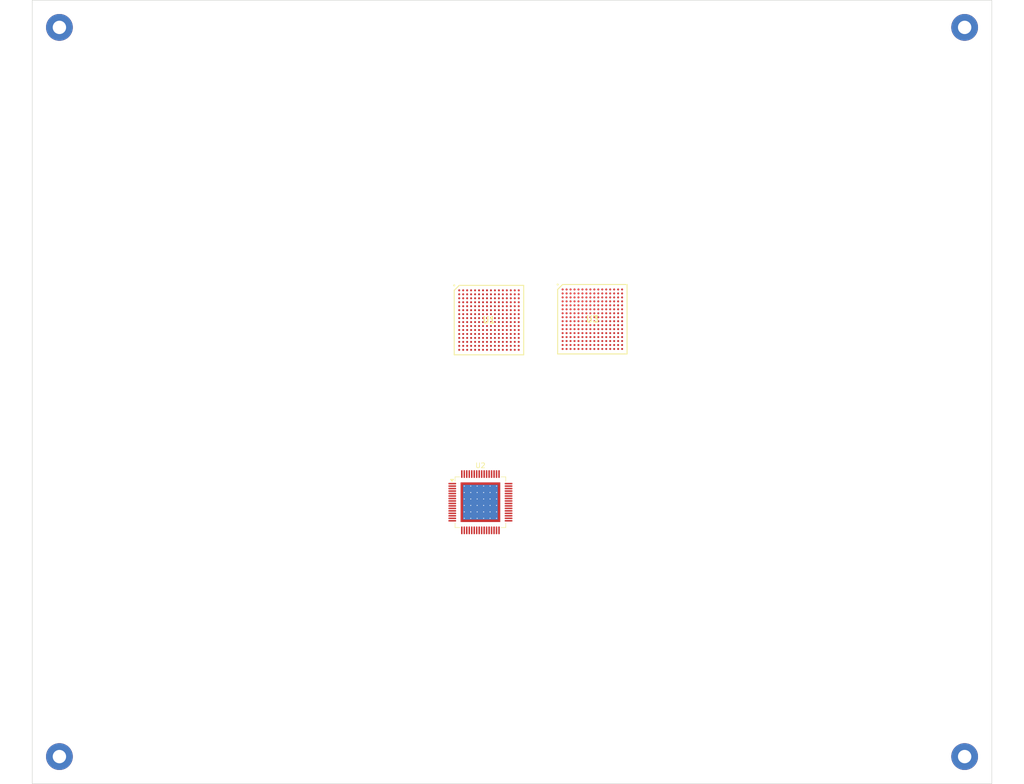
<source format=kicad_pcb>
(kicad_pcb (version 20241229) (generator "pcbnew") (generator_version "9.0")
  (layers (0 "F.Cu" signal) (2 "B.Cu" signal) (13 "F.Paste" user) (15 "B.Paste" user) (5 "F.SilkS" user "F.Silkscreen") (7 "B.SilkS" user "B.Silkscreen") (1 "F.Mask" user) (3 "B.Mask" user) (25 "Edge.Cuts" user))
  (net 0 "")
  (net 247 "Net-(U2-DVDD-Pad1)")
  (net 256 "Net-(U2-DGND-Pad16)")
  (net 257 "Net-(U2-TVDD-Pad23)")
  (net 275 "Net-(U2-TGND-Pad20)")
  (net 305 "/MIPI1_D0_P")
  (net 306 "/MIPI1_D1_P")
  (net 307 "/MIPI1_D1_N")
  (net 308 "/MIPI1_D3_N")
  (net 309 "/MIPI1_D3_P")
  (net 310 "/MIPI1_CLK_P")
  (net 311 "/MIPI1_CLK_N")
  (net 312 "/MIPI1_D2_P")
  (net 313 "/MIPI1_D2_N")
  (net 314 "/MIPI1_D0_N")
  (footprint "MountingHole_2.7mm_M2.5_Pad" (layer "F.Cu") (at 341.275 126.475)
    (property "Reference" "REF**" (hide yes))
    (property "Value" "MountingHole_2.7mm_M2.5_Pad")
    (pad "1" thru_hole circle (at 0 0) (size 5.4 5.4) (drill 2.7) (layers "*.Cu" "*.Mask"))
  )
  (footprint "LIFCL-17-9BG256C:BGA256C80P16X16_1400X1400X170" (layer "F.Cu") (at 266.2 185.325)
    (property "Reference" "U3" (at 0 0 0) (layer "F.SilkS") (effects (font (size 1.27 1.27) (thickness 0.254))))
    (property "Value" "LIFCL-17-9BG256C" (hide yes))
    (pad "A1" smd circle (at -6 -6 90) (size 0.41 0.41) (layers "F.Cu" "F.Mask" "F.Paste"))
    (pad "A2" smd circle (at -5.2 -6 90) (size 0.41 0.41) (layers "F.Cu" "F.Mask" "F.Paste"))
    (pad "A3" smd circle (at -4.4 -6 90) (size 0.41 0.41) (layers "F.Cu" "F.Mask" "F.Paste"))
    (pad "A4" smd circle (at -3.6 -6 90) (size 0.41 0.41) (layers "F.Cu" "F.Mask" "F.Paste"))
    (pad "A5" smd circle (at -2.8 -6 90) (size 0.41 0.41) (layers "F.Cu" "F.Mask" "F.Paste"))
    (pad "A6" smd circle (at -2 -6 90) (size 0.41 0.41) (layers "F.Cu" "F.Mask" "F.Paste"))
    (pad "A7" smd circle (at -1.2 -6 90) (size 0.41 0.41) (layers "F.Cu" "F.Mask" "F.Paste"))
    (pad "A8" smd circle (at -0.4 -6 90) (size 0.41 0.41) (layers "F.Cu" "F.Mask" "F.Paste"))
    (pad "A9" smd circle (at 0.4 -6 90) (size 0.41 0.41) (layers "F.Cu" "F.Mask" "F.Paste"))
    (pad "A10" smd circle (at 1.2 -6 90) (size 0.41 0.41) (layers "F.Cu" "F.Mask" "F.Paste"))
    (pad "A11" smd circle (at 2 -6 90) (size 0.41 0.41) (layers "F.Cu" "F.Mask" "F.Paste"))
    (pad "A12" smd circle (at 2.8 -6 90) (size 0.41 0.41) (layers "F.Cu" "F.Mask" "F.Paste"))
    (pad "A13" smd circle (at 3.6 -6 90) (size 0.41 0.41) (layers "F.Cu" "F.Mask" "F.Paste"))
    (pad "A14" smd circle (at 4.4 -6 90) (size 0.41 0.41) (layers "F.Cu" "F.Mask" "F.Paste"))
    (pad "A15" smd circle (at 5.2 -6 90) (size 0.41 0.41) (layers "F.Cu" "F.Mask" "F.Paste"))
    (pad "A16" smd circle (at 6 -6 90) (size 0.41 0.41) (layers "F.Cu" "F.Mask" "F.Paste"))
    (pad "B1" smd circle (at -6 -5.2 90) (size 0.41 0.41) (layers "F.Cu" "F.Mask" "F.Paste"))
    (pad "B2" smd circle (at -5.2 -5.2 90) (size 0.41 0.41) (layers "F.Cu" "F.Mask" "F.Paste"))
    (pad "B3" smd circle (at -4.4 -5.2 90) (size 0.41 0.41) (layers "F.Cu" "F.Mask" "F.Paste"))
    (pad "B4" smd circle (at -3.6 -5.2 90) (size 0.41 0.41) (layers "F.Cu" "F.Mask" "F.Paste"))
    (pad "B5" smd circle (at -2.8 -5.2 90) (size 0.41 0.41) (layers "F.Cu" "F.Mask" "F.Paste"))
    (pad "B6" smd circle (at -2 -5.2 90) (size 0.41 0.41) (layers "F.Cu" "F.Mask" "F.Paste"))
    (pad "B7" smd circle (at -1.2 -5.2 90) (size 0.41 0.41) (layers "F.Cu" "F.Mask" "F.Paste"))
    (pad "B8" smd circle (at -0.4 -5.2 90) (size 0.41 0.41) (layers "F.Cu" "F.Mask" "F.Paste"))
    (pad "B9" smd circle (at 0.4 -5.2 90) (size 0.41 0.41) (layers "F.Cu" "F.Mask" "F.Paste"))
    (pad "B10" smd circle (at 1.2 -5.2 90) (size 0.41 0.41) (layers "F.Cu" "F.Mask" "F.Paste"))
    (pad "B11" smd circle (at 2 -5.2 90) (size 0.41 0.41) (layers "F.Cu" "F.Mask" "F.Paste"))
    (pad "B12" smd circle (at 2.8 -5.2 90) (size 0.41 0.41) (layers "F.Cu" "F.Mask" "F.Paste"))
    (pad "B13" smd circle (at 3.6 -5.2 90) (size 0.41 0.41) (layers "F.Cu" "F.Mask" "F.Paste"))
    (pad "B14" smd circle (at 4.4 -5.2 90) (size 0.41 0.41) (layers "F.Cu" "F.Mask" "F.Paste"))
    (pad "B15" smd circle (at 5.2 -5.2 90) (size 0.41 0.41) (layers "F.Cu" "F.Mask" "F.Paste"))
    (pad "B16" smd circle (at 6 -5.2 90) (size 0.41 0.41) (layers "F.Cu" "F.Mask" "F.Paste"))
    (pad "C1" smd circle (at -6 -4.4 90) (size 0.41 0.41) (layers "F.Cu" "F.Mask" "F.Paste"))
    (pad "C2" smd circle (at -5.2 -4.4 90) (size 0.41 0.41) (layers "F.Cu" "F.Mask" "F.Paste"))
    (pad "C3" smd circle (at -4.4 -4.4 90) (size 0.41 0.41) (layers "F.Cu" "F.Mask" "F.Paste"))
    (pad "C4" smd circle (at -3.6 -4.4 90) (size 0.41 0.41) (layers "F.Cu" "F.Mask" "F.Paste"))
    (pad "C5" smd circle (at -2.8 -4.4 90) (size 0.41 0.41) (layers "F.Cu" "F.Mask" "F.Paste"))
    (pad "C6" smd circle (at -2 -4.4 90) (size 0.41 0.41) (layers "F.Cu" "F.Mask" "F.Paste"))
    (pad "C7" smd circle (at -1.2 -4.4 90) (size 0.41 0.41) (layers "F.Cu" "F.Mask" "F.Paste"))
    (pad "C8" smd circle (at -0.4 -4.4 90) (size 0.41 0.41) (layers "F.Cu" "F.Mask" "F.Paste"))
    (pad "C9" smd circle (at 0.4 -4.4 90) (size 0.41 0.41) (layers "F.Cu" "F.Mask" "F.Paste"))
    (pad "C10" smd circle (at 1.2 -4.4 90) (size 0.41 0.41) (layers "F.Cu" "F.Mask" "F.Paste"))
    (pad "C11" smd circle (at 2 -4.4 90) (size 0.41 0.41) (layers "F.Cu" "F.Mask" "F.Paste"))
    (pad "C12" smd circle (at 2.8 -4.4 90) (size 0.41 0.41) (layers "F.Cu" "F.Mask" "F.Paste"))
    (pad "C13" smd circle (at 3.6 -4.4 90) (size 0.41 0.41) (layers "F.Cu" "F.Mask" "F.Paste"))
    (pad "C14" smd circle (at 4.4 -4.4 90) (size 0.41 0.41) (layers "F.Cu" "F.Mask" "F.Paste"))
    (pad "C15" smd circle (at 5.2 -4.4 90) (size 0.41 0.41) (layers "F.Cu" "F.Mask" "F.Paste"))
    (pad "C16" smd circle (at 6 -4.4 90) (size 0.41 0.41) (layers "F.Cu" "F.Mask" "F.Paste"))
    (pad "D1" smd circle (at -6 -3.6 90) (size 0.41 0.41) (layers "F.Cu" "F.Mask" "F.Paste"))
    (pad "D2" smd circle (at -5.2 -3.6 90) (size 0.41 0.41) (layers "F.Cu" "F.Mask" "F.Paste"))
    (pad "D3" smd circle (at -4.4 -3.6 90) (size 0.41 0.41) (layers "F.Cu" "F.Mask" "F.Paste"))
    (pad "D4" smd circle (at -3.6 -3.6 90) (size 0.41 0.41) (layers "F.Cu" "F.Mask" "F.Paste"))
    (pad "D5" smd circle (at -2.8 -3.6 90) (size 0.41 0.41) (layers "F.Cu" "F.Mask" "F.Paste"))
    (pad "D6" smd circle (at -2 -3.6 90) (size 0.41 0.41) (layers "F.Cu" "F.Mask" "F.Paste"))
    (pad "D7" smd circle (at -1.2 -3.6 90) (size 0.41 0.41) (layers "F.Cu" "F.Mask" "F.Paste"))
    (pad "D8" smd circle (at -0.4 -3.6 90) (size 0.41 0.41) (layers "F.Cu" "F.Mask" "F.Paste"))
    (pad "D9" smd circle (at 0.4 -3.6 90) (size 0.41 0.41) (layers "F.Cu" "F.Mask" "F.Paste"))
    (pad "D10" smd circle (at 1.2 -3.6 90) (size 0.41 0.41) (layers "F.Cu" "F.Mask" "F.Paste"))
    (pad "D11" smd circle (at 2 -3.6 90) (size 0.41 0.41) (layers "F.Cu" "F.Mask" "F.Paste"))
    (pad "D12" smd circle (at 2.8 -3.6 90) (size 0.41 0.41) (layers "F.Cu" "F.Mask" "F.Paste"))
    (pad "D13" smd circle (at 3.6 -3.6 90) (size 0.41 0.41) (layers "F.Cu" "F.Mask" "F.Paste"))
    (pad "D14" smd circle (at 4.4 -3.6 90) (size 0.41 0.41) (layers "F.Cu" "F.Mask" "F.Paste"))
    (pad "D15" smd circle (at 5.2 -3.6 90) (size 0.41 0.41) (layers "F.Cu" "F.Mask" "F.Paste"))
    (pad "D16" smd circle (at 6 -3.6 90) (size 0.41 0.41) (layers "F.Cu" "F.Mask" "F.Paste"))
    (pad "E1" smd circle (at -6 -2.8 90) (size 0.41 0.41) (layers "F.Cu" "F.Mask" "F.Paste"))
    (pad "E2" smd circle (at -5.2 -2.8 90) (size 0.41 0.41) (layers "F.Cu" "F.Mask" "F.Paste"))
    (pad "E3" smd circle (at -4.4 -2.8 90) (size 0.41 0.41) (layers "F.Cu" "F.Mask" "F.Paste"))
    (pad "E4" smd circle (at -3.6 -2.8 90) (size 0.41 0.41) (layers "F.Cu" "F.Mask" "F.Paste"))
    (pad "E5" smd circle (at -2.8 -2.8 90) (size 0.41 0.41) (layers "F.Cu" "F.Mask" "F.Paste"))
    (pad "E6" smd circle (at -2 -2.8 90) (size 0.41 0.41) (layers "F.Cu" "F.Mask" "F.Paste"))
    (pad "E7" smd circle (at -1.2 -2.8 90) (size 0.41 0.41) (layers "F.Cu" "F.Mask" "F.Paste"))
    (pad "E8" smd circle (at -0.4 -2.8 90) (size 0.41 0.41) (layers "F.Cu" "F.Mask" "F.Paste"))
    (pad "E9" smd circle (at 0.4 -2.8 90) (size 0.41 0.41) (layers "F.Cu" "F.Mask" "F.Paste"))
    (pad "E10" smd circle (at 1.2 -2.8 90) (size 0.41 0.41) (layers "F.Cu" "F.Mask" "F.Paste"))
    (pad "E11" smd circle (at 2 -2.8 90) (size 0.41 0.41) (layers "F.Cu" "F.Mask" "F.Paste"))
    (pad "E12" smd circle (at 2.8 -2.8 90) (size 0.41 0.41) (layers "F.Cu" "F.Mask" "F.Paste"))
    (pad "E13" smd circle (at 3.6 -2.8 90) (size 0.41 0.41) (layers "F.Cu" "F.Mask" "F.Paste"))
    (pad "E14" smd circle (at 4.4 -2.8 90) (size 0.41 0.41) (layers "F.Cu" "F.Mask" "F.Paste"))
    (pad "E15" smd circle (at 5.2 -2.8 90) (size 0.41 0.41) (layers "F.Cu" "F.Mask" "F.Paste"))
    (pad "E16" smd circle (at 6 -2.8 90) (size 0.41 0.41) (layers "F.Cu" "F.Mask" "F.Paste"))
    (pad "F1" smd circle (at -6 -2 90) (size 0.41 0.41) (layers "F.Cu" "F.Mask" "F.Paste"))
    (pad "F2" smd circle (at -5.2 -2 90) (size 0.41 0.41) (layers "F.Cu" "F.Mask" "F.Paste"))
    (pad "F3" smd circle (at -4.4 -2 90) (size 0.41 0.41) (layers "F.Cu" "F.Mask" "F.Paste"))
    (pad "F4" smd circle (at -3.6 -2 90) (size 0.41 0.41) (layers "F.Cu" "F.Mask" "F.Paste"))
    (pad "F5" smd circle (at -2.8 -2 90) (size 0.41 0.41) (layers "F.Cu" "F.Mask" "F.Paste"))
    (pad "F6" smd circle (at -2 -2 90) (size 0.41 0.41) (layers "F.Cu" "F.Mask" "F.Paste"))
    (pad "F7" smd circle (at -1.2 -2 90) (size 0.41 0.41) (layers "F.Cu" "F.Mask" "F.Paste"))
    (pad "F8" smd circle (at -0.4 -2 90) (size 0.41 0.41) (layers "F.Cu" "F.Mask" "F.Paste"))
    (pad "F9" smd circle (at 0.4 -2 90) (size 0.41 0.41) (layers "F.Cu" "F.Mask" "F.Paste"))
    (pad "F10" smd circle (at 1.2 -2 90) (size 0.41 0.41) (layers "F.Cu" "F.Mask" "F.Paste"))
    (pad "F11" smd circle (at 2 -2 90) (size 0.41 0.41) (layers "F.Cu" "F.Mask" "F.Paste"))
    (pad "F12" smd circle (at 2.8 -2 90) (size 0.41 0.41) (layers "F.Cu" "F.Mask" "F.Paste"))
    (pad "F13" smd circle (at 3.6 -2 90) (size 0.41 0.41) (layers "F.Cu" "F.Mask" "F.Paste"))
    (pad "F14" smd circle (at 4.4 -2 90) (size 0.41 0.41) (layers "F.Cu" "F.Mask" "F.Paste"))
    (pad "F15" smd circle (at 5.2 -2 90) (size 0.41 0.41) (layers "F.Cu" "F.Mask" "F.Paste"))
    (pad "F16" smd circle (at 6 -2 90) (size 0.41 0.41) (layers "F.Cu" "F.Mask" "F.Paste"))
    (pad "G1" smd circle (at -6 -1.2 90) (size 0.41 0.41) (layers "F.Cu" "F.Mask" "F.Paste"))
    (pad "G2" smd circle (at -5.2 -1.2 90) (size 0.41 0.41) (layers "F.Cu" "F.Mask" "F.Paste"))
    (pad "G3" smd circle (at -4.4 -1.2 90) (size 0.41 0.41) (layers "F.Cu" "F.Mask" "F.Paste"))
    (pad "G4" smd circle (at -3.6 -1.2 90) (size 0.41 0.41) (layers "F.Cu" "F.Mask" "F.Paste"))
    (pad "G5" smd circle (at -2.8 -1.2 90) (size 0.41 0.41) (layers "F.Cu" "F.Mask" "F.Paste"))
    (pad "G6" smd circle (at -2 -1.2 90) (size 0.41 0.41) (layers "F.Cu" "F.Mask" "F.Paste"))
    (pad "G7" smd circle (at -1.2 -1.2 90) (size 0.41 0.41) (layers "F.Cu" "F.Mask" "F.Paste"))
    (pad "G8" smd circle (at -0.4 -1.2 90) (size 0.41 0.41) (layers "F.Cu" "F.Mask" "F.Paste"))
    (pad "G9" smd circle (at 0.4 -1.2 90) (size 0.41 0.41) (layers "F.Cu" "F.Mask" "F.Paste"))
    (pad "G10" smd circle (at 1.2 -1.2 90) (size 0.41 0.41) (layers "F.Cu" "F.Mask" "F.Paste"))
    (pad "G11" smd circle (at 2 -1.2 90) (size 0.41 0.41) (layers "F.Cu" "F.Mask" "F.Paste"))
    (pad "G12" smd circle (at 2.8 -1.2 90) (size 0.41 0.41) (layers "F.Cu" "F.Mask" "F.Paste"))
    (pad "G13" smd circle (at 3.6 -1.2 90) (size 0.41 0.41) (layers "F.Cu" "F.Mask" "F.Paste"))
    (pad "G14" smd circle (at 4.4 -1.2 90) (size 0.41 0.41) (layers "F.Cu" "F.Mask" "F.Paste"))
    (pad "G15" smd circle (at 5.2 -1.2 90) (size 0.41 0.41) (layers "F.Cu" "F.Mask" "F.Paste"))
    (pad "G16" smd circle (at 6 -1.2 90) (size 0.41 0.41) (layers "F.Cu" "F.Mask" "F.Paste"))
    (pad "H1" smd circle (at -6 -0.4 90) (size 0.41 0.41) (layers "F.Cu" "F.Mask" "F.Paste"))
    (pad "H2" smd circle (at -5.2 -0.4 90) (size 0.41 0.41) (layers "F.Cu" "F.Mask" "F.Paste"))
    (pad "H3" smd circle (at -4.4 -0.4 90) (size 0.41 0.41) (layers "F.Cu" "F.Mask" "F.Paste"))
    (pad "H4" smd circle (at -3.6 -0.4 90) (size 0.41 0.41) (layers "F.Cu" "F.Mask" "F.Paste"))
    (pad "H5" smd circle (at -2.8 -0.4 90) (size 0.41 0.41) (layers "F.Cu" "F.Mask" "F.Paste"))
    (pad "H6" smd circle (at -2 -0.4 90) (size 0.41 0.41) (layers "F.Cu" "F.Mask" "F.Paste"))
    (pad "H7" smd circle (at -1.2 -0.4 90) (size 0.41 0.41) (layers "F.Cu" "F.Mask" "F.Paste"))
    (pad "H8" smd circle (at -0.4 -0.4 90) (size 0.41 0.41) (layers "F.Cu" "F.Mask" "F.Paste"))
    (pad "H9" smd circle (at 0.4 -0.4 90) (size 0.41 0.41) (layers "F.Cu" "F.Mask" "F.Paste"))
    (pad "H10" smd circle (at 1.2 -0.4 90) (size 0.41 0.41) (layers "F.Cu" "F.Mask" "F.Paste"))
    (pad "H11" smd circle (at 2 -0.4 90) (size 0.41 0.41) (layers "F.Cu" "F.Mask" "F.Paste"))
    (pad "H12" smd circle (at 2.8 -0.4 90) (size 0.41 0.41) (layers "F.Cu" "F.Mask" "F.Paste"))
    (pad "H13" smd circle (at 3.6 -0.4 90) (size 0.41 0.41) (layers "F.Cu" "F.Mask" "F.Paste"))
    (pad "H14" smd circle (at 4.4 -0.4 90) (size 0.41 0.41) (layers "F.Cu" "F.Mask" "F.Paste"))
    (pad "H15" smd circle (at 5.2 -0.4 90) (size 0.41 0.41) (layers "F.Cu" "F.Mask" "F.Paste"))
    (pad "H16" smd circle (at 6 -0.4 90) (size 0.41 0.41) (layers "F.Cu" "F.Mask" "F.Paste"))
    (pad "J1" smd circle (at -6 0.4 90) (size 0.41 0.41) (layers "F.Cu" "F.Mask" "F.Paste"))
    (pad "J2" smd circle (at -5.2 0.4 90) (size 0.41 0.41) (layers "F.Cu" "F.Mask" "F.Paste"))
    (pad "J3" smd circle (at -4.4 0.4 90) (size 0.41 0.41) (layers "F.Cu" "F.Mask" "F.Paste"))
    (pad "J4" smd circle (at -3.6 0.4 90) (size 0.41 0.41) (layers "F.Cu" "F.Mask" "F.Paste"))
    (pad "J5" smd circle (at -2.8 0.4 90) (size 0.41 0.41) (layers "F.Cu" "F.Mask" "F.Paste"))
    (pad "J6" smd circle (at -2 0.4 90) (size 0.41 0.41) (layers "F.Cu" "F.Mask" "F.Paste"))
    (pad "J7" smd circle (at -1.2 0.4 90) (size 0.41 0.41) (layers "F.Cu" "F.Mask" "F.Paste"))
    (pad "J8" smd circle (at -0.4 0.4 90) (size 0.41 0.41) (layers "F.Cu" "F.Mask" "F.Paste"))
    (pad "J9" smd circle (at 0.4 0.4 90) (size 0.41 0.41) (layers "F.Cu" "F.Mask" "F.Paste"))
    (pad "J10" smd circle (at 1.2 0.4 90) (size 0.41 0.41) (layers "F.Cu" "F.Mask" "F.Paste"))
    (pad "J11" smd circle (at 2 0.4 90) (size 0.41 0.41) (layers "F.Cu" "F.Mask" "F.Paste"))
    (pad "J12" smd circle (at 2.8 0.4 90) (size 0.41 0.41) (layers "F.Cu" "F.Mask" "F.Paste"))
    (pad "J13" smd circle (at 3.6 0.4 90) (size 0.41 0.41) (layers "F.Cu" "F.Mask" "F.Paste"))
    (pad "J14" smd circle (at 4.4 0.4 90) (size 0.41 0.41) (layers "F.Cu" "F.Mask" "F.Paste"))
    (pad "J15" smd circle (at 5.2 0.4 90) (size 0.41 0.41) (layers "F.Cu" "F.Mask" "F.Paste"))
    (pad "J16" smd circle (at 6 0.4 90) (size 0.41 0.41) (layers "F.Cu" "F.Mask" "F.Paste"))
    (pad "K1" smd circle (at -6 1.2 90) (size 0.41 0.41) (layers "F.Cu" "F.Mask" "F.Paste"))
    (pad "K2" smd circle (at -5.2 1.2 90) (size 0.41 0.41) (layers "F.Cu" "F.Mask" "F.Paste"))
    (pad "K3" smd circle (at -4.4 1.2 90) (size 0.41 0.41) (layers "F.Cu" "F.Mask" "F.Paste"))
    (pad "K4" smd circle (at -3.6 1.2 90) (size 0.41 0.41) (layers "F.Cu" "F.Mask" "F.Paste"))
    (pad "K5" smd circle (at -2.8 1.2 90) (size 0.41 0.41) (layers "F.Cu" "F.Mask" "F.Paste"))
    (pad "K6" smd circle (at -2 1.2 90) (size 0.41 0.41) (layers "F.Cu" "F.Mask" "F.Paste"))
    (pad "K7" smd circle (at -1.2 1.2 90) (size 0.41 0.41) (layers "F.Cu" "F.Mask" "F.Paste"))
    (pad "K8" smd circle (at -0.4 1.2 90) (size 0.41 0.41) (layers "F.Cu" "F.Mask" "F.Paste"))
    (pad "K9" smd circle (at 0.4 1.2 90) (size 0.41 0.41) (layers "F.Cu" "F.Mask" "F.Paste"))
    (pad "K10" smd circle (at 1.2 1.2 90) (size 0.41 0.41) (layers "F.Cu" "F.Mask" "F.Paste"))
    (pad "K11" smd circle (at 2 1.2 90) (size 0.41 0.41) (layers "F.Cu" "F.Mask" "F.Paste"))
    (pad "K12" smd circle (at 2.8 1.2 90) (size 0.41 0.41) (layers "F.Cu" "F.Mask" "F.Paste"))
    (pad "K13" smd circle (at 3.6 1.2 90) (size 0.41 0.41) (layers "F.Cu" "F.Mask" "F.Paste"))
    (pad "K14" smd circle (at 4.4 1.2 90) (size 0.41 0.41) (layers "F.Cu" "F.Mask" "F.Paste"))
    (pad "K15" smd circle (at 5.2 1.2 90) (size 0.41 0.41) (layers "F.Cu" "F.Mask" "F.Paste"))
    (pad "K16" smd circle (at 6 1.2 90) (size 0.41 0.41) (layers "F.Cu" "F.Mask" "F.Paste"))
    (pad "L1" smd circle (at -6 2 90) (size 0.41 0.41) (layers "F.Cu" "F.Mask" "F.Paste"))
    (pad "L2" smd circle (at -5.2 2 90) (size 0.41 0.41) (layers "F.Cu" "F.Mask" "F.Paste"))
    (pad "L3" smd circle (at -4.4 2 90) (size 0.41 0.41) (layers "F.Cu" "F.Mask" "F.Paste"))
    (pad "L4" smd circle (at -3.6 2 90) (size 0.41 0.41) (layers "F.Cu" "F.Mask" "F.Paste"))
    (pad "L5" smd circle (at -2.8 2 90) (size 0.41 0.41) (layers "F.Cu" "F.Mask" "F.Paste"))
    (pad "L6" smd circle (at -2 2 90) (size 0.41 0.41) (layers "F.Cu" "F.Mask" "F.Paste"))
    (pad "L7" smd circle (at -1.2 2 90) (size 0.41 0.41) (layers "F.Cu" "F.Mask" "F.Paste"))
    (pad "L8" smd circle (at -0.4 2 90) (size 0.41 0.41) (layers "F.Cu" "F.Mask" "F.Paste"))
    (pad "L9" smd circle (at 0.4 2 90) (size 0.41 0.41) (layers "F.Cu" "F.Mask" "F.Paste"))
    (pad "L10" smd circle (at 1.2 2 90) (size 0.41 0.41) (layers "F.Cu" "F.Mask" "F.Paste"))
    (pad "L11" smd circle (at 2 2 90) (size 0.41 0.41) (layers "F.Cu" "F.Mask" "F.Paste"))
    (pad "L12" smd circle (at 2.8 2 90) (size 0.41 0.41) (layers "F.Cu" "F.Mask" "F.Paste"))
    (pad "L13" smd circle (at 3.6 2 90) (size 0.41 0.41) (layers "F.Cu" "F.Mask" "F.Paste"))
    (pad "L14" smd circle (at 4.4 2 90) (size 0.41 0.41) (layers "F.Cu" "F.Mask" "F.Paste"))
    (pad "L15" smd circle (at 5.2 2 90) (size 0.41 0.41) (layers "F.Cu" "F.Mask" "F.Paste"))
    (pad "L16" smd circle (at 6 2 90) (size 0.41 0.41) (layers "F.Cu" "F.Mask" "F.Paste"))
    (pad "M1" smd circle (at -6 2.8 90) (size 0.41 0.41) (layers "F.Cu" "F.Mask" "F.Paste"))
    (pad "M2" smd circle (at -5.2 2.8 90) (size 0.41 0.41) (layers "F.Cu" "F.Mask" "F.Paste"))
    (pad "M3" smd circle (at -4.4 2.8 90) (size 0.41 0.41) (layers "F.Cu" "F.Mask" "F.Paste"))
    (pad "M4" smd circle (at -3.6 2.8 90) (size 0.41 0.41) (layers "F.Cu" "F.Mask" "F.Paste"))
    (pad "M5" smd circle (at -2.8 2.8 90) (size 0.41 0.41) (layers "F.Cu" "F.Mask" "F.Paste"))
    (pad "M6" smd circle (at -2 2.8 90) (size 0.41 0.41) (layers "F.Cu" "F.Mask" "F.Paste"))
    (pad "M7" smd circle (at -1.2 2.8 90) (size 0.41 0.41) (layers "F.Cu" "F.Mask" "F.Paste"))
    (pad "M8" smd circle (at -0.4 2.8 90) (size 0.41 0.41) (layers "F.Cu" "F.Mask" "F.Paste"))
    (pad "M9" smd circle (at 0.4 2.8 90) (size 0.41 0.41) (layers "F.Cu" "F.Mask" "F.Paste"))
    (pad "M10" smd circle (at 1.2 2.8 90) (size 0.41 0.41) (layers "F.Cu" "F.Mask" "F.Paste"))
    (pad "M11" smd circle (at 2 2.8 90) (size 0.41 0.41) (layers "F.Cu" "F.Mask" "F.Paste"))
    (pad "M12" smd circle (at 2.8 2.8 90) (size 0.41 0.41) (layers "F.Cu" "F.Mask" "F.Paste"))
    (pad "M13" smd circle (at 3.6 2.8 90) (size 0.41 0.41) (layers "F.Cu" "F.Mask" "F.Paste"))
    (pad "M14" smd circle (at 4.4 2.8 90) (size 0.41 0.41) (layers "F.Cu" "F.Mask" "F.Paste"))
    (pad "M15" smd circle (at 5.2 2.8 90) (size 0.41 0.41) (layers "F.Cu" "F.Mask" "F.Paste"))
    (pad "M16" smd circle (at 6 2.8 90) (size 0.41 0.41) (layers "F.Cu" "F.Mask" "F.Paste"))
    (pad "N1" smd circle (at -6 3.6 90) (size 0.41 0.41) (layers "F.Cu" "F.Mask" "F.Paste"))
    (pad "N2" smd circle (at -5.2 3.6 90) (size 0.41 0.41) (layers "F.Cu" "F.Mask" "F.Paste"))
    (pad "N3" smd circle (at -4.4 3.6 90) (size 0.41 0.41) (layers "F.Cu" "F.Mask" "F.Paste"))
    (pad "N4" smd circle (at -3.6 3.6 90) (size 0.41 0.41) (layers "F.Cu" "F.Mask" "F.Paste"))
    (pad "N5" smd circle (at -2.8 3.6 90) (size 0.41 0.41) (layers "F.Cu" "F.Mask" "F.Paste"))
    (pad "N6" smd circle (at -2 3.6 90) (size 0.41 0.41) (layers "F.Cu" "F.Mask" "F.Paste"))
    (pad "N7" smd circle (at -1.2 3.6 90) (size 0.41 0.41) (layers "F.Cu" "F.Mask" "F.Paste"))
    (pad "N8" smd circle (at -0.4 3.6 90) (size 0.41 0.41) (layers "F.Cu" "F.Mask" "F.Paste"))
    (pad "N9" smd circle (at 0.4 3.6 90) (size 0.41 0.41) (layers "F.Cu" "F.Mask" "F.Paste"))
    (pad "N10" smd circle (at 1.2 3.6 90) (size 0.41 0.41) (layers "F.Cu" "F.Mask" "F.Paste"))
    (pad "N11" smd circle (at 2 3.6 90) (size 0.41 0.41) (layers "F.Cu" "F.Mask" "F.Paste"))
    (pad "N12" smd circle (at 2.8 3.6 90) (size 0.41 0.41) (layers "F.Cu" "F.Mask" "F.Paste"))
    (pad "N13" smd circle (at 3.6 3.6 90) (size 0.41 0.41) (layers "F.Cu" "F.Mask" "F.Paste"))
    (pad "N14" smd circle (at 4.4 3.6 90) (size 0.41 0.41) (layers "F.Cu" "F.Mask" "F.Paste"))
    (pad "N15" smd circle (at 5.2 3.6 90) (size 0.41 0.41) (layers "F.Cu" "F.Mask" "F.Paste"))
    (pad "N16" smd circle (at 6 3.6 90) (size 0.41 0.41) (layers "F.Cu" "F.Mask" "F.Paste"))
    (pad "P1" smd circle (at -6 4.4 90) (size 0.41 0.41) (layers "F.Cu" "F.Mask" "F.Paste"))
    (pad "P2" smd circle (at -5.2 4.4 90) (size 0.41 0.41) (layers "F.Cu" "F.Mask" "F.Paste"))
    (pad "P3" smd circle (at -4.4 4.4 90) (size 0.41 0.41) (layers "F.Cu" "F.Mask" "F.Paste"))
    (pad "P4" smd circle (at -3.6 4.4 90) (size 0.41 0.41) (layers "F.Cu" "F.Mask" "F.Paste"))
    (pad "P5" smd circle (at -2.8 4.4 90) (size 0.41 0.41) (layers "F.Cu" "F.Mask" "F.Paste"))
    (pad "P6" smd circle (at -2 4.4 90) (size 0.41 0.41) (layers "F.Cu" "F.Mask" "F.Paste"))
    (pad "P7" smd circle (at -1.2 4.4 90) (size 0.41 0.41) (layers "F.Cu" "F.Mask" "F.Paste"))
    (pad "P8" smd circle (at -0.4 4.4 90) (size 0.41 0.41) (layers "F.Cu" "F.Mask" "F.Paste"))
    (pad "P9" smd circle (at 0.4 4.4 90) (size 0.41 0.41) (layers "F.Cu" "F.Mask" "F.Paste"))
    (pad "P10" smd circle (at 1.2 4.4 90) (size 0.41 0.41) (layers "F.Cu" "F.Mask" "F.Paste"))
    (pad "P11" smd circle (at 2 4.4 90) (size 0.41 0.41) (layers "F.Cu" "F.Mask" "F.Paste"))
    (pad "P12" smd circle (at 2.8 4.4 90) (size 0.41 0.41) (layers "F.Cu" "F.Mask" "F.Paste"))
    (pad "P13" smd circle (at 3.6 4.4 90) (size 0.41 0.41) (layers "F.Cu" "F.Mask" "F.Paste"))
    (pad "P14" smd circle (at 4.4 4.4 90) (size 0.41 0.41) (layers "F.Cu" "F.Mask" "F.Paste"))
    (pad "P15" smd circle (at 5.2 4.4 90) (size 0.41 0.41) (layers "F.Cu" "F.Mask" "F.Paste"))
    (pad "P16" smd circle (at 6 4.4 90) (size 0.41 0.41) (layers "F.Cu" "F.Mask" "F.Paste"))
    (pad "R1" smd circle (at -6 5.2 90) (size 0.41 0.41) (layers "F.Cu" "F.Mask" "F.Paste"))
    (pad "R2" smd circle (at -5.2 5.2 90) (size 0.41 0.41) (layers "F.Cu" "F.Mask" "F.Paste"))
    (pad "R3" smd circle (at -4.4 5.2 90) (size 0.41 0.41) (layers "F.Cu" "F.Mask" "F.Paste"))
    (pad "R4" smd circle (at -3.6 5.2 90) (size 0.41 0.41) (layers "F.Cu" "F.Mask" "F.Paste"))
    (pad "R5" smd circle (at -2.8 5.2 90) (size 0.41 0.41) (layers "F.Cu" "F.Mask" "F.Paste"))
    (pad "R6" smd circle (at -2 5.2 90) (size 0.41 0.41) (layers "F.Cu" "F.Mask" "F.Paste"))
    (pad "R7" smd circle (at -1.2 5.2 90) (size 0.41 0.41) (layers "F.Cu" "F.Mask" "F.Paste"))
    (pad "R8" smd circle (at -0.4 5.2 90) (size 0.41 0.41) (layers "F.Cu" "F.Mask" "F.Paste"))
    (pad "R9" smd circle (at 0.4 5.2 90) (size 0.41 0.41) (layers "F.Cu" "F.Mask" "F.Paste"))
    (pad "R10" smd circle (at 1.2 5.2 90) (size 0.41 0.41) (layers "F.Cu" "F.Mask" "F.Paste"))
    (pad "R11" smd circle (at 2 5.2 90) (size 0.41 0.41) (layers "F.Cu" "F.Mask" "F.Paste"))
    (pad "R12" smd circle (at 2.8 5.2 90) (size 0.41 0.41) (layers "F.Cu" "F.Mask" "F.Paste"))
    (pad "R13" smd circle (at 3.6 5.2 90) (size 0.41 0.41) (layers "F.Cu" "F.Mask" "F.Paste"))
    (pad "R14" smd circle (at 4.4 5.2 90) (size 0.41 0.41) (layers "F.Cu" "F.Mask" "F.Paste"))
    (pad "R15" smd circle (at 5.2 5.2 90) (size 0.41 0.41) (layers "F.Cu" "F.Mask" "F.Paste"))
    (pad "R16" smd circle (at 6 5.2 90) (size 0.41 0.41) (layers "F.Cu" "F.Mask" "F.Paste"))
    (pad "T1" smd circle (at -6 6 90) (size 0.41 0.41) (layers "F.Cu" "F.Mask" "F.Paste"))
    (pad "T2" smd circle (at -5.2 6 90) (size 0.41 0.41) (layers "F.Cu" "F.Mask" "F.Paste"))
    (pad "T3" smd circle (at -4.4 6 90) (size 0.41 0.41) (layers "F.Cu" "F.Mask" "F.Paste"))
    (pad "T4" smd circle (at -3.6 6 90) (size 0.41 0.41) (layers "F.Cu" "F.Mask" "F.Paste"))
    (pad "T5" smd circle (at -2.8 6 90) (size 0.41 0.41) (layers "F.Cu" "F.Mask" "F.Paste"))
    (pad "T6" smd circle (at -2 6 90) (size 0.41 0.41) (layers "F.Cu" "F.Mask" "F.Paste"))
    (pad "T7" smd circle (at -1.2 6 90) (size 0.41 0.41) (layers "F.Cu" "F.Mask" "F.Paste"))
    (pad "T8" smd circle (at -0.4 6 90) (size 0.41 0.41) (layers "F.Cu" "F.Mask" "F.Paste"))
    (pad "T9" smd circle (at 0.4 6 90) (size 0.41 0.41) (layers "F.Cu" "F.Mask" "F.Paste"))
    (pad "T10" smd circle (at 1.2 6 90) (size 0.41 0.41) (layers "F.Cu" "F.Mask" "F.Paste"))
    (pad "T11" smd circle (at 2 6 90) (size 0.41 0.41) (layers "F.Cu" "F.Mask" "F.Paste"))
    (pad "T12" smd circle (at 2.8 6 90) (size 0.41 0.41) (layers "F.Cu" "F.Mask" "F.Paste"))
    (pad "T13" smd circle (at 3.6 6 90) (size 0.41 0.41) (layers "F.Cu" "F.Mask" "F.Paste"))
    (pad "T14" smd circle (at 4.4 6 90) (size 0.41 0.41) (layers "F.Cu" "F.Mask" "F.Paste"))
    (pad "T15" smd circle (at 5.2 6 90) (size 0.41 0.41) (layers "F.Cu" "F.Mask" "F.Paste"))
    (pad "T16" smd circle (at 6 6 90) (size 0.41 0.41) (layers "F.Cu" "F.Mask" "F.Paste"))
  )
  (footprint "Package_QFP:Texas_TQFP-64-1EP_10x10mm_P0.5mm_EP8x8mm_Mask5x5mm_ThermalVias" (layer "F.Cu") (at 243.625 222.225)
    (property "Reference" "U2" (at 0 -7.4 0) (layer "F.SilkS"))
    (property "Value" "TFP410PAP")
    (pad "1" smd roundrect (at -5.675 -3.75) (size 1.55 0.3) (layers "F.Cu" "F.Mask" "F.Paste") (net 247 "Net-(U2-DVDD-Pad1)"))
    (pad "2" smd roundrect (at -5.675 -3.25) (size 1.55 0.3) (layers "F.Cu" "F.Mask" "F.Paste"))
    (pad "3" smd roundrect (at -5.675 -2.75) (size 1.55 0.3) (layers "F.Cu" "F.Mask" "F.Paste"))
    (pad "4" smd roundrect (at -5.675 -2.25) (size 1.55 0.3) (layers "F.Cu" "F.Mask" "F.Paste"))
    (pad "5" smd roundrect (at -5.675 -1.75) (size 1.55 0.3) (layers "F.Cu" "F.Mask" "F.Paste"))
    (pad "6" smd roundrect (at -5.675 -1.25) (size 1.55 0.3) (layers "F.Cu" "F.Mask" "F.Paste"))
    (pad "7" smd roundrect (at -5.675 -0.75) (size 1.55 0.3) (layers "F.Cu" "F.Mask" "F.Paste"))
    (pad "8" smd roundrect (at -5.675 -0.25) (size 1.55 0.3) (layers "F.Cu" "F.Mask" "F.Paste"))
    (pad "9" smd roundrect (at -5.675 0.25) (size 1.55 0.3) (layers "F.Cu" "F.Mask" "F.Paste"))
    (pad "10" smd roundrect (at -5.675 0.75) (size 1.55 0.3) (layers "F.Cu" "F.Mask" "F.Paste"))
    (pad "11" smd roundrect (at -5.675 1.25) (size 1.55 0.3) (layers "F.Cu" "F.Mask" "F.Paste"))
    (pad "12" smd roundrect (at -5.675 1.75) (size 1.55 0.3) (layers "F.Cu" "F.Mask" "F.Paste") (net 247 "Net-(U2-DVDD-Pad1)"))
    (pad "13" smd roundrect (at -5.675 2.25) (size 1.55 0.3) (layers "F.Cu" "F.Mask" "F.Paste"))
    (pad "14" smd roundrect (at -5.675 2.75) (size 1.55 0.3) (layers "F.Cu" "F.Mask" "F.Paste"))
    (pad "15" smd roundrect (at -5.675 3.25) (size 1.55 0.3) (layers "F.Cu" "F.Mask" "F.Paste"))
    (pad "16" smd roundrect (at -5.675 3.75) (size 1.55 0.3) (layers "F.Cu" "F.Mask" "F.Paste") (net 256 "Net-(U2-DGND-Pad16)"))
    (pad "17" smd roundrect (at -3.75 5.675) (size 0.3 1.55) (layers "F.Cu" "F.Mask" "F.Paste"))
    (pad "18" smd roundrect (at -3.25 5.675) (size 0.3 1.55) (layers "F.Cu" "F.Mask" "F.Paste"))
    (pad "19" smd roundrect (at -2.75 5.675) (size 0.3 1.55) (layers "F.Cu" "F.Mask" "F.Paste"))
    (pad "20" smd roundrect (at -2.25 5.675) (size 0.3 1.55) (layers "F.Cu" "F.Mask" "F.Paste") (net 275 "Net-(U2-TGND-Pad20)"))
    (pad "21" smd roundrect (at -1.75 5.675) (size 0.3 1.55) (layers "F.Cu" "F.Mask" "F.Paste"))
    (pad "22" smd roundrect (at -1.25 5.675) (size 0.3 1.55) (layers "F.Cu" "F.Mask" "F.Paste"))
    (pad "23" smd roundrect (at -0.75 5.675) (size 0.3 1.55) (layers "F.Cu" "F.Mask" "F.Paste") (net 257 "Net-(U2-TVDD-Pad23)"))
    (pad "24" smd roundrect (at -0.25 5.675) (size 0.3 1.55) (layers "F.Cu" "F.Mask" "F.Paste"))
    (pad "25" smd roundrect (at 0.25 5.675) (size 0.3 1.55) (layers "F.Cu" "F.Mask" "F.Paste"))
    (pad "26" smd roundrect (at 0.75 5.675) (size 0.3 1.55) (layers "F.Cu" "F.Mask" "F.Paste") (net 275 "Net-(U2-TGND-Pad20)"))
    (pad "27" smd roundrect (at 1.25 5.675) (size 0.3 1.55) (layers "F.Cu" "F.Mask" "F.Paste"))
    (pad "28" smd roundrect (at 1.75 5.675) (size 0.3 1.55) (layers "F.Cu" "F.Mask" "F.Paste"))
    (pad "29" smd roundrect (at 2.25 5.675) (size 0.3 1.55) (layers "F.Cu" "F.Mask" "F.Paste") (net 257 "Net-(U2-TVDD-Pad23)"))
    (pad "30" smd roundrect (at 2.75 5.675) (size 0.3 1.55) (layers "F.Cu" "F.Mask" "F.Paste"))
    (pad "31" smd roundrect (at 3.25 5.675) (size 0.3 1.55) (layers "F.Cu" "F.Mask" "F.Paste"))
    (pad "32" smd roundrect (at 3.75 5.675) (size 0.3 1.55) (layers "F.Cu" "F.Mask" "F.Paste") (net 275 "Net-(U2-TGND-Pad20)"))
    (pad "33" smd roundrect (at 5.675 3.75) (size 1.55 0.3) (layers "F.Cu" "F.Mask" "F.Paste") (net 247 "Net-(U2-DVDD-Pad1)"))
    (pad "34" smd roundrect (at 5.675 3.25) (size 1.55 0.3) (layers "F.Cu" "F.Mask" "F.Paste"))
    (pad "35" smd roundrect (at 5.675 2.75) (size 1.55 0.3) (layers "F.Cu" "F.Mask" "F.Paste"))
    (pad "36" smd roundrect (at 5.675 2.25) (size 1.55 0.3) (layers "F.Cu" "F.Mask" "F.Paste"))
    (pad "37" smd roundrect (at 5.675 1.75) (size 1.55 0.3) (layers "F.Cu" "F.Mask" "F.Paste"))
    (pad "38" smd roundrect (at 5.675 1.25) (size 1.55 0.3) (layers "F.Cu" "F.Mask" "F.Paste"))
    (pad "39" smd roundrect (at 5.675 0.75) (size 1.55 0.3) (layers "F.Cu" "F.Mask" "F.Paste"))
    (pad "40" smd roundrect (at 5.675 0.25) (size 1.55 0.3) (layers "F.Cu" "F.Mask" "F.Paste"))
    (pad "41" smd roundrect (at 5.675 -0.25) (size 1.55 0.3) (layers "F.Cu" "F.Mask" "F.Paste"))
    (pad "42" smd roundrect (at 5.675 -0.75) (size 1.55 0.3) (layers "F.Cu" "F.Mask" "F.Paste"))
    (pad "43" smd roundrect (at 5.675 -1.25) (size 1.55 0.3) (layers "F.Cu" "F.Mask" "F.Paste"))
    (pad "44" smd roundrect (at 5.675 -1.75) (size 1.55 0.3) (layers "F.Cu" "F.Mask" "F.Paste"))
    (pad "45" smd roundrect (at 5.675 -2.25) (size 1.55 0.3) (layers "F.Cu" "F.Mask" "F.Paste"))
    (pad "46" smd roundrect (at 5.675 -2.75) (size 1.55 0.3) (layers "F.Cu" "F.Mask" "F.Paste"))
    (pad "47" smd roundrect (at 5.675 -3.25) (size 1.55 0.3) (layers "F.Cu" "F.Mask" "F.Paste"))
    (pad "48" smd roundrect (at 5.675 -3.75) (size 1.55 0.3) (layers "F.Cu" "F.Mask" "F.Paste") (net 256 "Net-(U2-DGND-Pad16)"))
    (pad "49" smd roundrect (at 3.75 -5.675) (size 0.3 1.55) (layers "F.Cu" "F.Mask" "F.Paste"))
    (pad "50" smd roundrect (at 3.25 -5.675) (size 0.3 1.55) (layers "F.Cu" "F.Mask" "F.Paste"))
    (pad "51" smd roundrect (at 2.75 -5.675) (size 0.3 1.55) (layers "F.Cu" "F.Mask" "F.Paste"))
    (pad "52" smd roundrect (at 2.25 -5.675) (size 0.3 1.55) (layers "F.Cu" "F.Mask" "F.Paste"))
    (pad "53" smd roundrect (at 1.75 -5.675) (size 0.3 1.55) (layers "F.Cu" "F.Mask" "F.Paste"))
    (pad "54" smd roundrect (at 1.25 -5.675) (size 0.3 1.55) (layers "F.Cu" "F.Mask" "F.Paste"))
    (pad "55" smd roundrect (at 0.75 -5.675) (size 0.3 1.55) (layers "F.Cu" "F.Mask" "F.Paste"))
    (pad "56" smd roundrect (at 0.25 -5.675) (size 0.3 1.55) (layers "F.Cu" "F.Mask" "F.Paste"))
    (pad "57" smd roundrect (at -0.25 -5.675) (size 0.3 1.55) (layers "F.Cu" "F.Mask" "F.Paste"))
    (pad "58" smd roundrect (at -0.75 -5.675) (size 0.3 1.55) (layers "F.Cu" "F.Mask" "F.Paste"))
    (pad "59" smd roundrect (at -1.25 -5.675) (size 0.3 1.55) (layers "F.Cu" "F.Mask" "F.Paste"))
    (pad "60" smd roundrect (at -1.75 -5.675) (size 0.3 1.55) (layers "F.Cu" "F.Mask" "F.Paste"))
    (pad "61" smd roundrect (at -2.25 -5.675) (size 0.3 1.55) (layers "F.Cu" "F.Mask" "F.Paste"))
    (pad "62" smd roundrect (at -2.75 -5.675) (size 0.3 1.55) (layers "F.Cu" "F.Mask" "F.Paste"))
    (pad "63" smd roundrect (at -3.25 -5.675) (size 0.3 1.55) (layers "F.Cu" "F.Mask" "F.Paste"))
    (pad "64" smd roundrect (at -3.75 -5.675) (size 0.3 1.55) (layers "F.Cu" "F.Mask" "F.Paste") (net 256 "Net-(U2-DGND-Pad16)"))
    (pad "65" thru_hole circle (at -3.25 -3.25) (size 0.5 0.5) (drill 0.2) (property pad_prop_heatsink) (layers "*.Cu"))
    (pad "65" thru_hole circle (at -3.25 -1.95) (size 0.5 0.5) (drill 0.2) (property pad_prop_heatsink) (layers "*.Cu"))
    (pad "65" thru_hole circle (at -3.25 -0.65) (size 0.5 0.5) (drill 0.2) (property pad_prop_heatsink) (layers "*.Cu"))
    (pad "65" thru_hole circle (at -3.25 0.65) (size 0.5 0.5) (drill 0.2) (property pad_prop_heatsink) (layers "*.Cu"))
    (pad "65" thru_hole circle (at -3.25 1.95) (size 0.5 0.5) (drill 0.2) (property pad_prop_heatsink) (layers "*.Cu"))
    (pad "65" thru_hole circle (at -3.25 3.25) (size 0.5 0.5) (drill 0.2) (property pad_prop_heatsink) (layers "*.Cu"))
    (pad "65" thru_hole circle (at -1.95 -3.25) (size 0.5 0.5) (drill 0.2) (property pad_prop_heatsink) (layers "*.Cu"))
    (pad "65" thru_hole circle (at -1.95 -1.95) (size 0.5 0.5) (drill 0.2) (property pad_prop_heatsink) (layers "*.Cu"))
    (pad "65" thru_hole circle (at -1.95 -0.65) (size 0.5 0.5) (drill 0.2) (property pad_prop_heatsink) (layers "*.Cu"))
    (pad "65" thru_hole circle (at -1.95 0.65) (size 0.5 0.5) (drill 0.2) (property pad_prop_heatsink) (layers "*.Cu"))
    (pad "65" thru_hole circle (at -1.95 1.95) (size 0.5 0.5) (drill 0.2) (property pad_prop_heatsink) (layers "*.Cu"))
    (pad "65" thru_hole circle (at -1.95 3.25) (size 0.5 0.5) (drill 0.2) (property pad_prop_heatsink) (layers "*.Cu"))
    (pad "65" thru_hole circle (at -0.65 -3.25) (size 0.5 0.5) (drill 0.2) (property pad_prop_heatsink) (layers "*.Cu"))
    (pad "65" thru_hole circle (at -0.65 -1.95) (size 0.5 0.5) (drill 0.2) (property pad_prop_heatsink) (layers "*.Cu"))
    (pad "65" thru_hole circle (at -0.65 -0.65) (size 0.5 0.5) (drill 0.2) (property pad_prop_heatsink) (layers "*.Cu"))
    (pad "65" thru_hole circle (at -0.65 0.65) (size 0.5 0.5) (drill 0.2) (property pad_prop_heatsink) (layers "*.Cu"))
    (pad "65" thru_hole circle (at -0.65 1.95) (size 0.5 0.5) (drill 0.2) (property pad_prop_heatsink) (layers "*.Cu"))
    (pad "65" thru_hole circle (at -0.65 3.25) (size 0.5 0.5) (drill 0.2) (property pad_prop_heatsink) (layers "*.Cu"))
    (pad "65" smd rect (at 0 0) (size 7 7) (property pad_prop_heatsink) (layers "B.Cu"))
    (pad "65" smd rect (at 0 0) (size 8 8) (property pad_prop_heatsink) (layers "F.Cu"))
    (pad "65" thru_hole circle (at 0.65 -3.25) (size 0.5 0.5) (drill 0.2) (property pad_prop_heatsink) (layers "*.Cu"))
    (pad "65" thru_hole circle (at 0.65 -1.95) (size 0.5 0.5) (drill 0.2) (property pad_prop_heatsink) (layers "*.Cu"))
    (pad "65" thru_hole circle (at 0.65 -0.65) (size 0.5 0.5) (drill 0.2) (property pad_prop_heatsink) (layers "*.Cu"))
    (pad "65" thru_hole circle (at 0.65 0.65) (size 0.5 0.5) (drill 0.2) (property pad_prop_heatsink) (layers "*.Cu"))
    (pad "65" thru_hole circle (at 0.65 1.95) (size 0.5 0.5) (drill 0.2) (property pad_prop_heatsink) (layers "*.Cu"))
    (pad "65" thru_hole circle (at 0.65 3.25) (size 0.5 0.5) (drill 0.2) (property pad_prop_heatsink) (layers "*.Cu"))
    (pad "65" thru_hole circle (at 1.95 -3.25) (size 0.5 0.5) (drill 0.2) (property pad_prop_heatsink) (layers "*.Cu"))
    (pad "65" thru_hole circle (at 1.95 -1.95) (size 0.5 0.5) (drill 0.2) (property pad_prop_heatsink) (layers "*.Cu"))
    (pad "65" thru_hole circle (at 1.95 -0.65) (size 0.5 0.5) (drill 0.2) (property pad_prop_heatsink) (layers "*.Cu"))
    (pad "65" thru_hole circle (at 1.95 0.65) (size 0.5 0.5) (drill 0.2) (property pad_prop_heatsink) (layers "*.Cu"))
    (pad "65" thru_hole circle (at 1.95 1.95) (size 0.5 0.5) (drill 0.2) (property pad_prop_heatsink) (layers "*.Cu"))
    (pad "65" thru_hole circle (at 1.95 3.25) (size 0.5 0.5) (drill 0.2) (property pad_prop_heatsink) (layers "*.Cu"))
    (pad "65" thru_hole circle (at 3.25 -3.25) (size 0.5 0.5) (drill 0.2) (property pad_prop_heatsink) (layers "*.Cu"))
    (pad "65" thru_hole circle (at 3.25 -1.95) (size 0.5 0.5) (drill 0.2) (property pad_prop_heatsink) (layers "*.Cu"))
    (pad "65" thru_hole circle (at 3.25 -0.65) (size 0.5 0.5) (drill 0.2) (property pad_prop_heatsink) (layers "*.Cu"))
    (pad "65" thru_hole circle (at 3.25 0.65) (size 0.5 0.5) (drill 0.2) (property pad_prop_heatsink) (layers "*.Cu"))
    (pad "65" thru_hole circle (at 3.25 1.95) (size 0.5 0.5) (drill 0.2) (property pad_prop_heatsink) (layers "*.Cu"))
    (pad "65" thru_hole circle (at 3.25 3.25) (size 0.5 0.5) (drill 0.2) (property pad_prop_heatsink) (layers "*.Cu"))
  )
  (footprint "MountingHole_2.7mm_M2.5_Pad" (layer "F.Cu") (at 341.275 273.525)
    (property "Reference" "REF**" (hide yes))
    (property "Value" "MountingHole_2.7mm_M2.5_Pad")
    (pad "1" thru_hole circle (at 0 0) (size 5.4 5.4) (drill 2.7) (layers "*.Cu" "*.Mask"))
  )
  (footprint "LIFCL-17-9BG256C:BGA256C80P16X16_1400X1400X170" (layer "F.Cu") (at 245.35 185.5)
    (property "Reference" "U1" (at 0 0 0) (layer "F.SilkS") (effects (font (size 1.27 1.27) (thickness 0.254))))
    (property "Value" "LIFCL-40-9BG256C" (hide yes))
    (pad "A1" smd circle (at -6 -6 90) (size 0.41 0.41) (layers "F.Cu" "F.Mask" "F.Paste"))
    (pad "A2" smd circle (at -5.2 -6 90) (size 0.41 0.41) (layers "F.Cu" "F.Mask" "F.Paste"))
    (pad "A3" smd circle (at -4.4 -6 90) (size 0.41 0.41) (layers "F.Cu" "F.Mask" "F.Paste") (net 312 "/MIPI1_D2_P"))
    (pad "A4" smd circle (at -3.6 -6 90) (size 0.41 0.41) (layers "F.Cu" "F.Mask" "F.Paste") (net 305 "/MIPI1_D0_P"))
    (pad "A5" smd circle (at -2.8 -6 90) (size 0.41 0.41) (layers "F.Cu" "F.Mask" "F.Paste") (net 310 "/MIPI1_CLK_P"))
    (pad "A6" smd circle (at -2 -6 90) (size 0.41 0.41) (layers "F.Cu" "F.Mask" "F.Paste") (net 306 "/MIPI1_D1_P"))
    (pad "A7" smd circle (at -1.2 -6 90) (size 0.41 0.41) (layers "F.Cu" "F.Mask" "F.Paste") (net 309 "/MIPI1_D3_P"))
    (pad "A8" smd circle (at -0.4 -6 90) (size 0.41 0.41) (layers "F.Cu" "F.Mask" "F.Paste"))
    (pad "A9" smd circle (at 0.4 -6 90) (size 0.41 0.41) (layers "F.Cu" "F.Mask" "F.Paste"))
    (pad "A10" smd circle (at 1.2 -6 90) (size 0.41 0.41) (layers "F.Cu" "F.Mask" "F.Paste"))
    (pad "A11" smd circle (at 2 -6 90) (size 0.41 0.41) (layers "F.Cu" "F.Mask" "F.Paste"))
    (pad "A12" smd circle (at 2.8 -6 90) (size 0.41 0.41) (layers "F.Cu" "F.Mask" "F.Paste"))
    (pad "A13" smd circle (at 3.6 -6 90) (size 0.41 0.41) (layers "F.Cu" "F.Mask" "F.Paste"))
    (pad "A14" smd circle (at 4.4 -6 90) (size 0.41 0.41) (layers "F.Cu" "F.Mask" "F.Paste"))
    (pad "A15" smd circle (at 5.2 -6 90) (size 0.41 0.41) (layers "F.Cu" "F.Mask" "F.Paste"))
    (pad "A16" smd circle (at 6 -6 90) (size 0.41 0.41) (layers "F.Cu" "F.Mask" "F.Paste"))
    (pad "B1" smd circle (at -6 -5.2 90) (size 0.41 0.41) (layers "F.Cu" "F.Mask" "F.Paste"))
    (pad "B2" smd circle (at -5.2 -5.2 90) (size 0.41 0.41) (layers "F.Cu" "F.Mask" "F.Paste"))
    (pad "B3" smd circle (at -4.4 -5.2 90) (size 0.41 0.41) (layers "F.Cu" "F.Mask" "F.Paste") (net 313 "/MIPI1_D2_N"))
    (pad "B4" smd circle (at -3.6 -5.2 90) (size 0.41 0.41) (layers "F.Cu" "F.Mask" "F.Paste") (net 314 "/MIPI1_D0_N"))
    (pad "B5" smd circle (at -2.8 -5.2 90) (size 0.41 0.41) (layers "F.Cu" "F.Mask" "F.Paste") (net 311 "/MIPI1_CLK_N"))
    (pad "B6" smd circle (at -2 -5.2 90) (size 0.41 0.41) (layers "F.Cu" "F.Mask" "F.Paste") (net 307 "/MIPI1_D1_N"))
    (pad "B7" smd circle (at -1.2 -5.2 90) (size 0.41 0.41) (layers "F.Cu" "F.Mask" "F.Paste") (net 308 "/MIPI1_D3_N"))
    (pad "B8" smd circle (at -0.4 -5.2 90) (size 0.41 0.41) (layers "F.Cu" "F.Mask" "F.Paste"))
    (pad "B9" smd circle (at 0.4 -5.2 90) (size 0.41 0.41) (layers "F.Cu" "F.Mask" "F.Paste"))
    (pad "B10" smd circle (at 1.2 -5.2 90) (size 0.41 0.41) (layers "F.Cu" "F.Mask" "F.Paste"))
    (pad "B11" smd circle (at 2 -5.2 90) (size 0.41 0.41) (layers "F.Cu" "F.Mask" "F.Paste"))
    (pad "B12" smd circle (at 2.8 -5.2 90) (size 0.41 0.41) (layers "F.Cu" "F.Mask" "F.Paste"))
    (pad "B13" smd circle (at 3.6 -5.2 90) (size 0.41 0.41) (layers "F.Cu" "F.Mask" "F.Paste"))
    (pad "B14" smd circle (at 4.4 -5.2 90) (size 0.41 0.41) (layers "F.Cu" "F.Mask" "F.Paste"))
    (pad "B15" smd circle (at 5.2 -5.2 90) (size 0.41 0.41) (layers "F.Cu" "F.Mask" "F.Paste"))
    (pad "B16" smd circle (at 6 -5.2 90) (size 0.41 0.41) (layers "F.Cu" "F.Mask" "F.Paste"))
    (pad "C1" smd circle (at -6 -4.4 90) (size 0.41 0.41) (layers "F.Cu" "F.Mask" "F.Paste"))
    (pad "C2" smd circle (at -5.2 -4.4 90) (size 0.41 0.41) (layers "F.Cu" "F.Mask" "F.Paste"))
    (pad "C3" smd circle (at -4.4 -4.4 90) (size 0.41 0.41) (layers "F.Cu" "F.Mask" "F.Paste"))
    (pad "C4" smd circle (at -3.6 -4.4 90) (size 0.41 0.41) (layers "F.Cu" "F.Mask" "F.Paste"))
    (pad "C5" smd circle (at -2.8 -4.4 90) (size 0.41 0.41) (layers "F.Cu" "F.Mask" "F.Paste"))
    (pad "C6" smd circle (at -2 -4.4 90) (size 0.41 0.41) (layers "F.Cu" "F.Mask" "F.Paste"))
    (pad "C7" smd circle (at -1.2 -4.4 90) (size 0.41 0.41) (layers "F.Cu" "F.Mask" "F.Paste"))
    (pad "C8" smd circle (at -0.4 -4.4 90) (size 0.41 0.41) (layers "F.Cu" "F.Mask" "F.Paste"))
    (pad "C9" smd circle (at 0.4 -4.4 90) (size 0.41 0.41) (layers "F.Cu" "F.Mask" "F.Paste"))
    (pad "C10" smd circle (at 1.2 -4.4 90) (size 0.41 0.41) (layers "F.Cu" "F.Mask" "F.Paste"))
    (pad "C11" smd circle (at 2 -4.4 90) (size 0.41 0.41) (layers "F.Cu" "F.Mask" "F.Paste"))
    (pad "C12" smd circle (at 2.8 -4.4 90) (size 0.41 0.41) (layers "F.Cu" "F.Mask" "F.Paste"))
    (pad "C13" smd circle (at 3.6 -4.4 90) (size 0.41 0.41) (layers "F.Cu" "F.Mask" "F.Paste"))
    (pad "C14" smd circle (at 4.4 -4.4 90) (size 0.41 0.41) (layers "F.Cu" "F.Mask" "F.Paste"))
    (pad "C15" smd circle (at 5.2 -4.4 90) (size 0.41 0.41) (layers "F.Cu" "F.Mask" "F.Paste"))
    (pad "C16" smd circle (at 6 -4.4 90) (size 0.41 0.41) (layers "F.Cu" "F.Mask" "F.Paste"))
    (pad "D1" smd circle (at -6 -3.6 90) (size 0.41 0.41) (layers "F.Cu" "F.Mask" "F.Paste"))
    (pad "D2" smd circle (at -5.2 -3.6 90) (size 0.41 0.41) (layers "F.Cu" "F.Mask" "F.Paste"))
    (pad "D3" smd circle (at -4.4 -3.6 90) (size 0.41 0.41) (layers "F.Cu" "F.Mask" "F.Paste"))
    (pad "D4" smd circle (at -3.6 -3.6 90) (size 0.41 0.41) (layers "F.Cu" "F.Mask" "F.Paste"))
    (pad "D5" smd circle (at -2.8 -3.6 90) (size 0.41 0.41) (layers "F.Cu" "F.Mask" "F.Paste"))
    (pad "D6" smd circle (at -2 -3.6 90) (size 0.41 0.41) (layers "F.Cu" "F.Mask" "F.Paste"))
    (pad "D7" smd circle (at -1.2 -3.6 90) (size 0.41 0.41) (layers "F.Cu" "F.Mask" "F.Paste"))
    (pad "D8" smd circle (at -0.4 -3.6 90) (size 0.41 0.41) (layers "F.Cu" "F.Mask" "F.Paste"))
    (pad "D9" smd circle (at 0.4 -3.6 90) (size 0.41 0.41) (layers "F.Cu" "F.Mask" "F.Paste"))
    (pad "D10" smd circle (at 1.2 -3.6 90) (size 0.41 0.41) (layers "F.Cu" "F.Mask" "F.Paste"))
    (pad "D11" smd circle (at 2 -3.6 90) (size 0.41 0.41) (layers "F.Cu" "F.Mask" "F.Paste"))
    (pad "D12" smd circle (at 2.8 -3.6 90) (size 0.41 0.41) (layers "F.Cu" "F.Mask" "F.Paste"))
    (pad "D13" smd circle (at 3.6 -3.6 90) (size 0.41 0.41) (layers "F.Cu" "F.Mask" "F.Paste"))
    (pad "D14" smd circle (at 4.4 -3.6 90) (size 0.41 0.41) (layers "F.Cu" "F.Mask" "F.Paste"))
    (pad "D15" smd circle (at 5.2 -3.6 90) (size 0.41 0.41) (layers "F.Cu" "F.Mask" "F.Paste"))
    (pad "D16" smd circle (at 6 -3.6 90) (size 0.41 0.41) (layers "F.Cu" "F.Mask" "F.Paste"))
    (pad "E1" smd circle (at -6 -2.8 90) (size 0.41 0.41) (layers "F.Cu" "F.Mask" "F.Paste"))
    (pad "E2" smd circle (at -5.2 -2.8 90) (size 0.41 0.41) (layers "F.Cu" "F.Mask" "F.Paste"))
    (pad "E3" smd circle (at -4.4 -2.8 90) (size 0.41 0.41) (layers "F.Cu" "F.Mask" "F.Paste"))
    (pad "E4" smd circle (at -3.6 -2.8 90) (size 0.41 0.41) (layers "F.Cu" "F.Mask" "F.Paste"))
    (pad "E5" smd circle (at -2.8 -2.8 90) (size 0.41 0.41) (layers "F.Cu" "F.Mask" "F.Paste"))
    (pad "E6" smd circle (at -2 -2.8 90) (size 0.41 0.41) (layers "F.Cu" "F.Mask" "F.Paste"))
    (pad "E7" smd circle (at -1.2 -2.8 90) (size 0.41 0.41) (layers "F.Cu" "F.Mask" "F.Paste"))
    (pad "E8" smd circle (at -0.4 -2.8 90) (size 0.41 0.41) (layers "F.Cu" "F.Mask" "F.Paste"))
    (pad "E9" smd circle (at 0.4 -2.8 90) (size 0.41 0.41) (layers "F.Cu" "F.Mask" "F.Paste"))
    (pad "E10" smd circle (at 1.2 -2.8 90) (size 0.41 0.41) (layers "F.Cu" "F.Mask" "F.Paste"))
    (pad "E11" smd circle (at 2 -2.8 90) (size 0.41 0.41) (layers "F.Cu" "F.Mask" "F.Paste"))
    (pad "E12" smd circle (at 2.8 -2.8 90) (size 0.41 0.41) (layers "F.Cu" "F.Mask" "F.Paste"))
    (pad "E13" smd circle (at 3.6 -2.8 90) (size 0.41 0.41) (layers "F.Cu" "F.Mask" "F.Paste"))
    (pad "E14" smd circle (at 4.4 -2.8 90) (size 0.41 0.41) (layers "F.Cu" "F.Mask" "F.Paste"))
    (pad "E15" smd circle (at 5.2 -2.8 90) (size 0.41 0.41) (layers "F.Cu" "F.Mask" "F.Paste"))
    (pad "E16" smd circle (at 6 -2.8 90) (size 0.41 0.41) (layers "F.Cu" "F.Mask" "F.Paste"))
    (pad "F1" smd circle (at -6 -2 90) (size 0.41 0.41) (layers "F.Cu" "F.Mask" "F.Paste"))
    (pad "F2" smd circle (at -5.2 -2 90) (size 0.41 0.41) (layers "F.Cu" "F.Mask" "F.Paste"))
    (pad "F3" smd circle (at -4.4 -2 90) (size 0.41 0.41) (layers "F.Cu" "F.Mask" "F.Paste"))
    (pad "F4" smd circle (at -3.6 -2 90) (size 0.41 0.41) (layers "F.Cu" "F.Mask" "F.Paste"))
    (pad "F5" smd circle (at -2.8 -2 90) (size 0.41 0.41) (layers "F.Cu" "F.Mask" "F.Paste"))
    (pad "F6" smd circle (at -2 -2 90) (size 0.41 0.41) (layers "F.Cu" "F.Mask" "F.Paste"))
    (pad "F7" smd circle (at -1.2 -2 90) (size 0.41 0.41) (layers "F.Cu" "F.Mask" "F.Paste"))
    (pad "F8" smd circle (at -0.4 -2 90) (size 0.41 0.41) (layers "F.Cu" "F.Mask" "F.Paste"))
    (pad "F9" smd circle (at 0.4 -2 90) (size 0.41 0.41) (layers "F.Cu" "F.Mask" "F.Paste"))
    (pad "F10" smd circle (at 1.2 -2 90) (size 0.41 0.41) (layers "F.Cu" "F.Mask" "F.Paste"))
    (pad "F11" smd circle (at 2 -2 90) (size 0.41 0.41) (layers "F.Cu" "F.Mask" "F.Paste"))
    (pad "F12" smd circle (at 2.8 -2 90) (size 0.41 0.41) (layers "F.Cu" "F.Mask" "F.Paste"))
    (pad "F13" smd circle (at 3.6 -2 90) (size 0.41 0.41) (layers "F.Cu" "F.Mask" "F.Paste"))
    (pad "F14" smd circle (at 4.4 -2 90) (size 0.41 0.41) (layers "F.Cu" "F.Mask" "F.Paste"))
    (pad "F15" smd circle (at 5.2 -2 90) (size 0.41 0.41) (layers "F.Cu" "F.Mask" "F.Paste"))
    (pad "F16" smd circle (at 6 -2 90) (size 0.41 0.41) (layers "F.Cu" "F.Mask" "F.Paste"))
    (pad "G1" smd circle (at -6 -1.2 90) (size 0.41 0.41) (layers "F.Cu" "F.Mask" "F.Paste"))
    (pad "G2" smd circle (at -5.2 -1.2 90) (size 0.41 0.41) (layers "F.Cu" "F.Mask" "F.Paste"))
    (pad "G3" smd circle (at -4.4 -1.2 90) (size 0.41 0.41) (layers "F.Cu" "F.Mask" "F.Paste"))
    (pad "G4" smd circle (at -3.6 -1.2 90) (size 0.41 0.41) (layers "F.Cu" "F.Mask" "F.Paste"))
    (pad "G5" smd circle (at -2.8 -1.2 90) (size 0.41 0.41) (layers "F.Cu" "F.Mask" "F.Paste"))
    (pad "G6" smd circle (at -2 -1.2 90) (size 0.41 0.41) (layers "F.Cu" "F.Mask" "F.Paste"))
    (pad "G7" smd circle (at -1.2 -1.2 90) (size 0.41 0.41) (layers "F.Cu" "F.Mask" "F.Paste"))
    (pad "G8" smd circle (at -0.4 -1.2 90) (size 0.41 0.41) (layers "F.Cu" "F.Mask" "F.Paste"))
    (pad "G9" smd circle (at 0.4 -1.2 90) (size 0.41 0.41) (layers "F.Cu" "F.Mask" "F.Paste"))
    (pad "G10" smd circle (at 1.2 -1.2 90) (size 0.41 0.41) (layers "F.Cu" "F.Mask" "F.Paste"))
    (pad "G11" smd circle (at 2 -1.2 90) (size 0.41 0.41) (layers "F.Cu" "F.Mask" "F.Paste"))
    (pad "G12" smd circle (at 2.8 -1.2 90) (size 0.41 0.41) (layers "F.Cu" "F.Mask" "F.Paste"))
    (pad "G13" smd circle (at 3.6 -1.2 90) (size 0.41 0.41) (layers "F.Cu" "F.Mask" "F.Paste"))
    (pad "G14" smd circle (at 4.4 -1.2 90) (size 0.41 0.41) (layers "F.Cu" "F.Mask" "F.Paste"))
    (pad "G15" smd circle (at 5.2 -1.2 90) (size 0.41 0.41) (layers "F.Cu" "F.Mask" "F.Paste"))
    (pad "G16" smd circle (at 6 -1.2 90) (size 0.41 0.41) (layers "F.Cu" "F.Mask" "F.Paste"))
    (pad "H1" smd circle (at -6 -0.4 90) (size 0.41 0.41) (layers "F.Cu" "F.Mask" "F.Paste"))
    (pad "H2" smd circle (at -5.2 -0.4 90) (size 0.41 0.41) (layers "F.Cu" "F.Mask" "F.Paste"))
    (pad "H3" smd circle (at -4.4 -0.4 90) (size 0.41 0.41) (layers "F.Cu" "F.Mask" "F.Paste"))
    (pad "H4" smd circle (at -3.6 -0.4 90) (size 0.41 0.41) (layers "F.Cu" "F.Mask" "F.Paste"))
    (pad "H5" smd circle (at -2.8 -0.4 90) (size 0.41 0.41) (layers "F.Cu" "F.Mask" "F.Paste"))
    (pad "H6" smd circle (at -2 -0.4 90) (size 0.41 0.41) (layers "F.Cu" "F.Mask" "F.Paste"))
    (pad "H7" smd circle (at -1.2 -0.4 90) (size 0.41 0.41) (layers "F.Cu" "F.Mask" "F.Paste"))
    (pad "H8" smd circle (at -0.4 -0.4 90) (size 0.41 0.41) (layers "F.Cu" "F.Mask" "F.Paste"))
    (pad "H9" smd circle (at 0.4 -0.4 90) (size 0.41 0.41) (layers "F.Cu" "F.Mask" "F.Paste"))
    (pad "H10" smd circle (at 1.2 -0.4 90) (size 0.41 0.41) (layers "F.Cu" "F.Mask" "F.Paste"))
    (pad "H11" smd circle (at 2 -0.4 90) (size 0.41 0.41) (layers "F.Cu" "F.Mask" "F.Paste"))
    (pad "H12" smd circle (at 2.8 -0.4 90) (size 0.41 0.41) (layers "F.Cu" "F.Mask" "F.Paste"))
    (pad "H13" smd circle (at 3.6 -0.4 90) (size 0.41 0.41) (layers "F.Cu" "F.Mask" "F.Paste"))
    (pad "H14" smd circle (at 4.4 -0.4 90) (size 0.41 0.41) (layers "F.Cu" "F.Mask" "F.Paste"))
    (pad "H15" smd circle (at 5.2 -0.4 90) (size 0.41 0.41) (layers "F.Cu" "F.Mask" "F.Paste"))
    (pad "H16" smd circle (at 6 -0.4 90) (size 0.41 0.41) (layers "F.Cu" "F.Mask" "F.Paste"))
    (pad "J1" smd circle (at -6 0.4 90) (size 0.41 0.41) (layers "F.Cu" "F.Mask" "F.Paste"))
    (pad "J2" smd circle (at -5.2 0.4 90) (size 0.41 0.41) (layers "F.Cu" "F.Mask" "F.Paste"))
    (pad "J3" smd circle (at -4.4 0.4 90) (size 0.41 0.41) (layers "F.Cu" "F.Mask" "F.Paste"))
    (pad "J4" smd circle (at -3.6 0.4 90) (size 0.41 0.41) (layers "F.Cu" "F.Mask" "F.Paste"))
    (pad "J5" smd circle (at -2.8 0.4 90) (size 0.41 0.41) (layers "F.Cu" "F.Mask" "F.Paste"))
    (pad "J6" smd circle (at -2 0.4 90) (size 0.41 0.41) (layers "F.Cu" "F.Mask" "F.Paste"))
    (pad "J7" smd circle (at -1.2 0.4 90) (size 0.41 0.41) (layers "F.Cu" "F.Mask" "F.Paste"))
    (pad "J8" smd circle (at -0.4 0.4 90) (size 0.41 0.41) (layers "F.Cu" "F.Mask" "F.Paste"))
    (pad "J9" smd circle (at 0.4 0.4 90) (size 0.41 0.41) (layers "F.Cu" "F.Mask" "F.Paste"))
    (pad "J10" smd circle (at 1.2 0.4 90) (size 0.41 0.41) (layers "F.Cu" "F.Mask" "F.Paste"))
    (pad "J11" smd circle (at 2 0.4 90) (size 0.41 0.41) (layers "F.Cu" "F.Mask" "F.Paste"))
    (pad "J12" smd circle (at 2.8 0.4 90) (size 0.41 0.41) (layers "F.Cu" "F.Mask" "F.Paste"))
    (pad "J13" smd circle (at 3.6 0.4 90) (size 0.41 0.41) (layers "F.Cu" "F.Mask" "F.Paste"))
    (pad "J14" smd circle (at 4.4 0.4 90) (size 0.41 0.41) (layers "F.Cu" "F.Mask" "F.Paste"))
    (pad "J15" smd circle (at 5.2 0.4 90) (size 0.41 0.41) (layers "F.Cu" "F.Mask" "F.Paste"))
    (pad "J16" smd circle (at 6 0.4 90) (size 0.41 0.41) (layers "F.Cu" "F.Mask" "F.Paste"))
    (pad "K1" smd circle (at -6 1.2 90) (size 0.41 0.41) (layers "F.Cu" "F.Mask" "F.Paste"))
    (pad "K2" smd circle (at -5.2 1.2 90) (size 0.41 0.41) (layers "F.Cu" "F.Mask" "F.Paste"))
    (pad "K3" smd circle (at -4.4 1.2 90) (size 0.41 0.41) (layers "F.Cu" "F.Mask" "F.Paste"))
    (pad "K4" smd circle (at -3.6 1.2 90) (size 0.41 0.41) (layers "F.Cu" "F.Mask" "F.Paste"))
    (pad "K5" smd circle (at -2.8 1.2 90) (size 0.41 0.41) (layers "F.Cu" "F.Mask" "F.Paste"))
    (pad "K6" smd circle (at -2 1.2 90) (size 0.41 0.41) (layers "F.Cu" "F.Mask" "F.Paste"))
    (pad "K7" smd circle (at -1.2 1.2 90) (size 0.41 0.41) (layers "F.Cu" "F.Mask" "F.Paste"))
    (pad "K8" smd circle (at -0.4 1.2 90) (size 0.41 0.41) (layers "F.Cu" "F.Mask" "F.Paste"))
    (pad "K9" smd circle (at 0.4 1.2 90) (size 0.41 0.41) (layers "F.Cu" "F.Mask" "F.Paste"))
    (pad "K10" smd circle (at 1.2 1.2 90) (size 0.41 0.41) (layers "F.Cu" "F.Mask" "F.Paste"))
    (pad "K11" smd circle (at 2 1.2 90) (size 0.41 0.41) (layers "F.Cu" "F.Mask" "F.Paste"))
    (pad "K12" smd circle (at 2.8 1.2 90) (size 0.41 0.41) (layers "F.Cu" "F.Mask" "F.Paste"))
    (pad "K13" smd circle (at 3.6 1.2 90) (size 0.41 0.41) (layers "F.Cu" "F.Mask" "F.Paste"))
    (pad "K14" smd circle (at 4.4 1.2 90) (size 0.41 0.41) (layers "F.Cu" "F.Mask" "F.Paste"))
    (pad "K15" smd circle (at 5.2 1.2 90) (size 0.41 0.41) (layers "F.Cu" "F.Mask" "F.Paste"))
    (pad "K16" smd circle (at 6 1.2 90) (size 0.41 0.41) (layers "F.Cu" "F.Mask" "F.Paste"))
    (pad "L1" smd circle (at -6 2 90) (size 0.41 0.41) (layers "F.Cu" "F.Mask" "F.Paste"))
    (pad "L2" smd circle (at -5.2 2 90) (size 0.41 0.41) (layers "F.Cu" "F.Mask" "F.Paste"))
    (pad "L3" smd circle (at -4.4 2 90) (size 0.41 0.41) (layers "F.Cu" "F.Mask" "F.Paste"))
    (pad "L4" smd circle (at -3.6 2 90) (size 0.41 0.41) (layers "F.Cu" "F.Mask" "F.Paste"))
    (pad "L5" smd circle (at -2.8 2 90) (size 0.41 0.41) (layers "F.Cu" "F.Mask" "F.Paste"))
    (pad "L6" smd circle (at -2 2 90) (size 0.41 0.41) (layers "F.Cu" "F.Mask" "F.Paste"))
    (pad "L7" smd circle (at -1.2 2 90) (size 0.41 0.41) (layers "F.Cu" "F.Mask" "F.Paste"))
    (pad "L8" smd circle (at -0.4 2 90) (size 0.41 0.41) (layers "F.Cu" "F.Mask" "F.Paste"))
    (pad "L9" smd circle (at 0.4 2 90) (size 0.41 0.41) (layers "F.Cu" "F.Mask" "F.Paste"))
    (pad "L10" smd circle (at 1.2 2 90) (size 0.41 0.41) (layers "F.Cu" "F.Mask" "F.Paste"))
    (pad "L11" smd circle (at 2 2 90) (size 0.41 0.41) (layers "F.Cu" "F.Mask" "F.Paste"))
    (pad "L12" smd circle (at 2.8 2 90) (size 0.41 0.41) (layers "F.Cu" "F.Mask" "F.Paste"))
    (pad "L13" smd circle (at 3.6 2 90) (size 0.41 0.41) (layers "F.Cu" "F.Mask" "F.Paste"))
    (pad "L14" smd circle (at 4.4 2 90) (size 0.41 0.41) (layers "F.Cu" "F.Mask" "F.Paste"))
    (pad "L15" smd circle (at 5.2 2 90) (size 0.41 0.41) (layers "F.Cu" "F.Mask" "F.Paste"))
    (pad "L16" smd circle (at 6 2 90) (size 0.41 0.41) (layers "F.Cu" "F.Mask" "F.Paste"))
    (pad "M1" smd circle (at -6 2.8 90) (size 0.41 0.41) (layers "F.Cu" "F.Mask" "F.Paste"))
    (pad "M2" smd circle (at -5.2 2.8 90) (size 0.41 0.41) (layers "F.Cu" "F.Mask" "F.Paste"))
    (pad "M3" smd circle (at -4.4 2.8 90) (size 0.41 0.41) (layers "F.Cu" "F.Mask" "F.Paste"))
    (pad "M4" smd circle (at -3.6 2.8 90) (size 0.41 0.41) (layers "F.Cu" "F.Mask" "F.Paste"))
    (pad "M5" smd circle (at -2.8 2.8 90) (size 0.41 0.41) (layers "F.Cu" "F.Mask" "F.Paste"))
    (pad "M6" smd circle (at -2 2.8 90) (size 0.41 0.41) (layers "F.Cu" "F.Mask" "F.Paste"))
    (pad "M7" smd circle (at -1.2 2.8 90) (size 0.41 0.41) (layers "F.Cu" "F.Mask" "F.Paste"))
    (pad "M8" smd circle (at -0.4 2.8 90) (size 0.41 0.41) (layers "F.Cu" "F.Mask" "F.Paste"))
    (pad "M9" smd circle (at 0.4 2.8 90) (size 0.41 0.41) (layers "F.Cu" "F.Mask" "F.Paste"))
    (pad "M10" smd circle (at 1.2 2.8 90) (size 0.41 0.41) (layers "F.Cu" "F.Mask" "F.Paste"))
    (pad "M11" smd circle (at 2 2.8 90) (size 0.41 0.41) (layers "F.Cu" "F.Mask" "F.Paste"))
    (pad "M12" smd circle (at 2.8 2.8 90) (size 0.41 0.41) (layers "F.Cu" "F.Mask" "F.Paste"))
    (pad "M13" smd circle (at 3.6 2.8 90) (size 0.41 0.41) (layers "F.Cu" "F.Mask" "F.Paste"))
    (pad "M14" smd circle (at 4.4 2.8 90) (size 0.41 0.41) (layers "F.Cu" "F.Mask" "F.Paste"))
    (pad "M15" smd circle (at 5.2 2.8 90) (size 0.41 0.41) (layers "F.Cu" "F.Mask" "F.Paste"))
    (pad "M16" smd circle (at 6 2.8 90) (size 0.41 0.41) (layers "F.Cu" "F.Mask" "F.Paste"))
    (pad "N1" smd circle (at -6 3.6 90) (size 0.41 0.41) (layers "F.Cu" "F.Mask" "F.Paste"))
    (pad "N2" smd circle (at -5.2 3.6 90) (size 0.41 0.41) (layers "F.Cu" "F.Mask" "F.Paste"))
    (pad "N3" smd circle (at -4.4 3.6 90) (size 0.41 0.41) (layers "F.Cu" "F.Mask" "F.Paste"))
    (pad "N4" smd circle (at -3.6 3.6 90) (size 0.41 0.41) (layers "F.Cu" "F.Mask" "F.Paste"))
    (pad "N5" smd circle (at -2.8 3.6 90) (size 0.41 0.41) (layers "F.Cu" "F.Mask" "F.Paste"))
    (pad "N6" smd circle (at -2 3.6 90) (size 0.41 0.41) (layers "F.Cu" "F.Mask" "F.Paste"))
    (pad "N7" smd circle (at -1.2 3.6 90) (size 0.41 0.41) (layers "F.Cu" "F.Mask" "F.Paste"))
    (pad "N8" smd circle (at -0.4 3.6 90) (size 0.41 0.41) (layers "F.Cu" "F.Mask" "F.Paste"))
    (pad "N9" smd circle (at 0.4 3.6 90) (size 0.41 0.41) (layers "F.Cu" "F.Mask" "F.Paste"))
    (pad "N10" smd circle (at 1.2 3.6 90) (size 0.41 0.41) (layers "F.Cu" "F.Mask" "F.Paste"))
    (pad "N11" smd circle (at 2 3.6 90) (size 0.41 0.41) (layers "F.Cu" "F.Mask" "F.Paste"))
    (pad "N12" smd circle (at 2.8 3.6 90) (size 0.41 0.41) (layers "F.Cu" "F.Mask" "F.Paste"))
    (pad "N13" smd circle (at 3.6 3.6 90) (size 0.41 0.41) (layers "F.Cu" "F.Mask" "F.Paste"))
    (pad "N14" smd circle (at 4.4 3.6 90) (size 0.41 0.41) (layers "F.Cu" "F.Mask" "F.Paste"))
    (pad "N15" smd circle (at 5.2 3.6 90) (size 0.41 0.41) (layers "F.Cu" "F.Mask" "F.Paste"))
    (pad "N16" smd circle (at 6 3.6 90) (size 0.41 0.41) (layers "F.Cu" "F.Mask" "F.Paste"))
    (pad "P1" smd circle (at -6 4.4 90) (size 0.41 0.41) (layers "F.Cu" "F.Mask" "F.Paste"))
    (pad "P2" smd circle (at -5.2 4.4 90) (size 0.41 0.41) (layers "F.Cu" "F.Mask" "F.Paste"))
    (pad "P3" smd circle (at -4.4 4.4 90) (size 0.41 0.41) (layers "F.Cu" "F.Mask" "F.Paste"))
    (pad "P4" smd circle (at -3.6 4.4 90) (size 0.41 0.41) (layers "F.Cu" "F.Mask" "F.Paste"))
    (pad "P5" smd circle (at -2.8 4.4 90) (size 0.41 0.41) (layers "F.Cu" "F.Mask" "F.Paste"))
    (pad "P6" smd circle (at -2 4.4 90) (size 0.41 0.41) (layers "F.Cu" "F.Mask" "F.Paste"))
    (pad "P7" smd circle (at -1.2 4.4 90) (size 0.41 0.41) (layers "F.Cu" "F.Mask" "F.Paste"))
    (pad "P8" smd circle (at -0.4 4.4 90) (size 0.41 0.41) (layers "F.Cu" "F.Mask" "F.Paste"))
    (pad "P9" smd circle (at 0.4 4.4 90) (size 0.41 0.41) (layers "F.Cu" "F.Mask" "F.Paste"))
    (pad "P10" smd circle (at 1.2 4.4 90) (size 0.41 0.41) (layers "F.Cu" "F.Mask" "F.Paste"))
    (pad "P11" smd circle (at 2 4.4 90) (size 0.41 0.41) (layers "F.Cu" "F.Mask" "F.Paste"))
    (pad "P12" smd circle (at 2.8 4.4 90) (size 0.41 0.41) (layers "F.Cu" "F.Mask" "F.Paste"))
    (pad "P13" smd circle (at 3.6 4.4 90) (size 0.41 0.41) (layers "F.Cu" "F.Mask" "F.Paste"))
    (pad "P14" smd circle (at 4.4 4.4 90) (size 0.41 0.41) (layers "F.Cu" "F.Mask" "F.Paste"))
    (pad "P15" smd circle (at 5.2 4.4 90) (size 0.41 0.41) (layers "F.Cu" "F.Mask" "F.Paste"))
    (pad "P16" smd circle (at 6 4.4 90) (size 0.41 0.41) (layers "F.Cu" "F.Mask" "F.Paste"))
    (pad "R1" smd circle (at -6 5.2 90) (size 0.41 0.41) (layers "F.Cu" "F.Mask" "F.Paste"))
    (pad "R2" smd circle (at -5.2 5.2 90) (size 0.41 0.41) (layers "F.Cu" "F.Mask" "F.Paste"))
    (pad "R3" smd circle (at -4.4 5.2 90) (size 0.41 0.41) (layers "F.Cu" "F.Mask" "F.Paste"))
    (pad "R4" smd circle (at -3.6 5.2 90) (size 0.41 0.41) (layers "F.Cu" "F.Mask" "F.Paste"))
    (pad "R5" smd circle (at -2.8 5.2 90) (size 0.41 0.41) (layers "F.Cu" "F.Mask" "F.Paste"))
    (pad "R6" smd circle (at -2 5.2 90) (size 0.41 0.41) (layers "F.Cu" "F.Mask" "F.Paste"))
    (pad "R7" smd circle (at -1.2 5.2 90) (size 0.41 0.41) (layers "F.Cu" "F.Mask" "F.Paste"))
    (pad "R8" smd circle (at -0.4 5.2 90) (size 0.41 0.41) (layers "F.Cu" "F.Mask" "F.Paste"))
    (pad "R9" smd circle (at 0.4 5.2 90) (size 0.41 0.41) (layers "F.Cu" "F.Mask" "F.Paste"))
    (pad "R10" smd circle (at 1.2 5.2 90) (size 0.41 0.41) (layers "F.Cu" "F.Mask" "F.Paste"))
    (pad "R11" smd circle (at 2 5.2 90) (size 0.41 0.41) (layers "F.Cu" "F.Mask" "F.Paste"))
    (pad "R12" smd circle (at 2.8 5.2 90) (size 0.41 0.41) (layers "F.Cu" "F.Mask" "F.Paste"))
    (pad "R13" smd circle (at 3.6 5.2 90) (size 0.41 0.41) (layers "F.Cu" "F.Mask" "F.Paste"))
    (pad "R14" smd circle (at 4.4 5.2 90) (size 0.41 0.41) (layers "F.Cu" "F.Mask" "F.Paste"))
    (pad "R15" smd circle (at 5.2 5.2 90) (size 0.41 0.41) (layers "F.Cu" "F.Mask" "F.Paste"))
    (pad "R16" smd circle (at 6 5.2 90) (size 0.41 0.41) (layers "F.Cu" "F.Mask" "F.Paste"))
    (pad "T1" smd circle (at -6 6 90) (size 0.41 0.41) (layers "F.Cu" "F.Mask" "F.Paste"))
    (pad "T2" smd circle (at -5.2 6 90) (size 0.41 0.41) (layers "F.Cu" "F.Mask" "F.Paste"))
    (pad "T3" smd circle (at -4.4 6 90) (size 0.41 0.41) (layers "F.Cu" "F.Mask" "F.Paste"))
    (pad "T4" smd circle (at -3.6 6 90) (size 0.41 0.41) (layers "F.Cu" "F.Mask" "F.Paste"))
    (pad "T5" smd circle (at -2.8 6 90) (size 0.41 0.41) (layers "F.Cu" "F.Mask" "F.Paste"))
    (pad "T6" smd circle (at -2 6 90) (size 0.41 0.41) (layers "F.Cu" "F.Mask" "F.Paste"))
    (pad "T7" smd circle (at -1.2 6 90) (size 0.41 0.41) (layers "F.Cu" "F.Mask" "F.Paste"))
    (pad "T8" smd circle (at -0.4 6 90) (size 0.41 0.41) (layers "F.Cu" "F.Mask" "F.Paste"))
    (pad "T9" smd circle (at 0.4 6 90) (size 0.41 0.41) (layers "F.Cu" "F.Mask" "F.Paste"))
    (pad "T10" smd circle (at 1.2 6 90) (size 0.41 0.41) (layers "F.Cu" "F.Mask" "F.Paste"))
    (pad "T11" smd circle (at 2 6 90) (size 0.41 0.41) (layers "F.Cu" "F.Mask" "F.Paste"))
    (pad "T12" smd circle (at 2.8 6 90) (size 0.41 0.41) (layers "F.Cu" "F.Mask" "F.Paste"))
    (pad "T13" smd circle (at 3.6 6 90) (size 0.41 0.41) (layers "F.Cu" "F.Mask" "F.Paste"))
    (pad "T14" smd circle (at 4.4 6 90) (size 0.41 0.41) (layers "F.Cu" "F.Mask" "F.Paste"))
    (pad "T15" smd circle (at 5.2 6 90) (size 0.41 0.41) (layers "F.Cu" "F.Mask" "F.Paste"))
    (pad "T16" smd circle (at 6 6 90) (size 0.41 0.41) (layers "F.Cu" "F.Mask" "F.Paste"))
  )
  (footprint "MountingHole_2.7mm_M2.5" (layer "F.Cu") (at 314.5 271.025)
    (property "Reference" "REF**" (hide yes))
    (property "Value" "MountingHole_2.7mm_M2.5")
    (pad "" np_thru_hole circle (at 0 0) (size 2.7 2.7) (drill 2.7) (layers "*.Cu" "*.Mask"))
  )
  (footprint "MountingHole_2.7mm_M2.5_Pad" (layer "F.Cu") (at 158.725 126.475)
    (property "Reference" "REF**" (hide yes))
    (property "Value" "MountingHole_2.7mm_M2.5_Pad")
    (pad "1" thru_hole circle (at 0 0) (size 5.4 5.4) (drill 2.7) (layers "*.Cu" "*.Mask"))
  )
  (footprint "MountingHole_2.7mm_M2.5" (layer "F.Cu") (at 185.5 192.025)
    (property "Reference" "REF**" (hide yes))
    (property "Value" "MountingHole_2.7mm_M2.5")
    (pad "" np_thru_hole circle (at 0 0) (size 2.7 2.7) (drill 2.7) (layers "*.Cu" "*.Mask"))
  )
  (footprint "MountingHole_2.7mm_M2.5_Pad" (layer "F.Cu") (at 158.725 273.525)
    (property "Reference" "REF**" (hide yes))
    (property "Value" "MountingHole_2.7mm_M2.5_Pad")
    (pad "1" thru_hole circle (at 0 0) (size 5.4 5.4) (drill 2.7) (layers "*.Cu" "*.Mask"))
  )
  (footprint "MountingHole_2.7mm_M2.5" (layer "F.Cu") (at 185.5 271.025)
    (property "Reference" "REF**" (hide yes))
    (property "Value" "MountingHole_2.7mm_M2.5")
    (pad "" np_thru_hole circle (at 0 0) (size 2.7 2.7) (drill 2.7) (layers "*.Cu" "*.Mask"))
  )
  (footprint "MountingHole_2.7mm_M2.5" (layer "F.Cu") (at 314.5 192.025)
    (property "Reference" "REF**" (hide yes))
    (property "Value" "MountingHole_2.7mm_M2.5")
    (pad "" np_thru_hole circle (at 0 0) (size 2.7 2.7) (drill 2.7) (layers "*.Cu" "*.Mask"))
  )
  (gr_rect (start 153.25 121) (end 346.75 279) (stroke (width 0.1)) (fill no) (layer "Edge.Cuts"))
)
</source>
